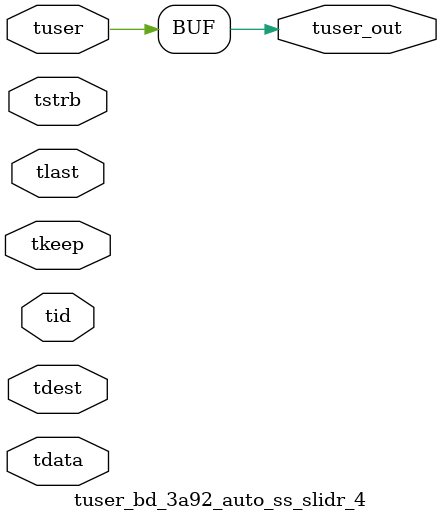
<source format=v>


`timescale 1ps/1ps

module tuser_bd_3a92_auto_ss_slidr_4 #
(
parameter C_S_AXIS_TUSER_WIDTH = 1,
parameter C_S_AXIS_TDATA_WIDTH = 32,
parameter C_S_AXIS_TID_WIDTH   = 0,
parameter C_S_AXIS_TDEST_WIDTH = 0,
parameter C_M_AXIS_TUSER_WIDTH = 1
)
(
input  [(C_S_AXIS_TUSER_WIDTH == 0 ? 1 : C_S_AXIS_TUSER_WIDTH)-1:0     ] tuser,
input  [(C_S_AXIS_TDATA_WIDTH == 0 ? 1 : C_S_AXIS_TDATA_WIDTH)-1:0     ] tdata,
input  [(C_S_AXIS_TID_WIDTH   == 0 ? 1 : C_S_AXIS_TID_WIDTH)-1:0       ] tid,
input  [(C_S_AXIS_TDEST_WIDTH == 0 ? 1 : C_S_AXIS_TDEST_WIDTH)-1:0     ] tdest,
input  [(C_S_AXIS_TDATA_WIDTH/8)-1:0 ] tkeep,
input  [(C_S_AXIS_TDATA_WIDTH/8)-1:0 ] tstrb,
input                                                                    tlast,
output [C_M_AXIS_TUSER_WIDTH-1:0] tuser_out
);

assign tuser_out = {tuser[0:0]};

endmodule


</source>
